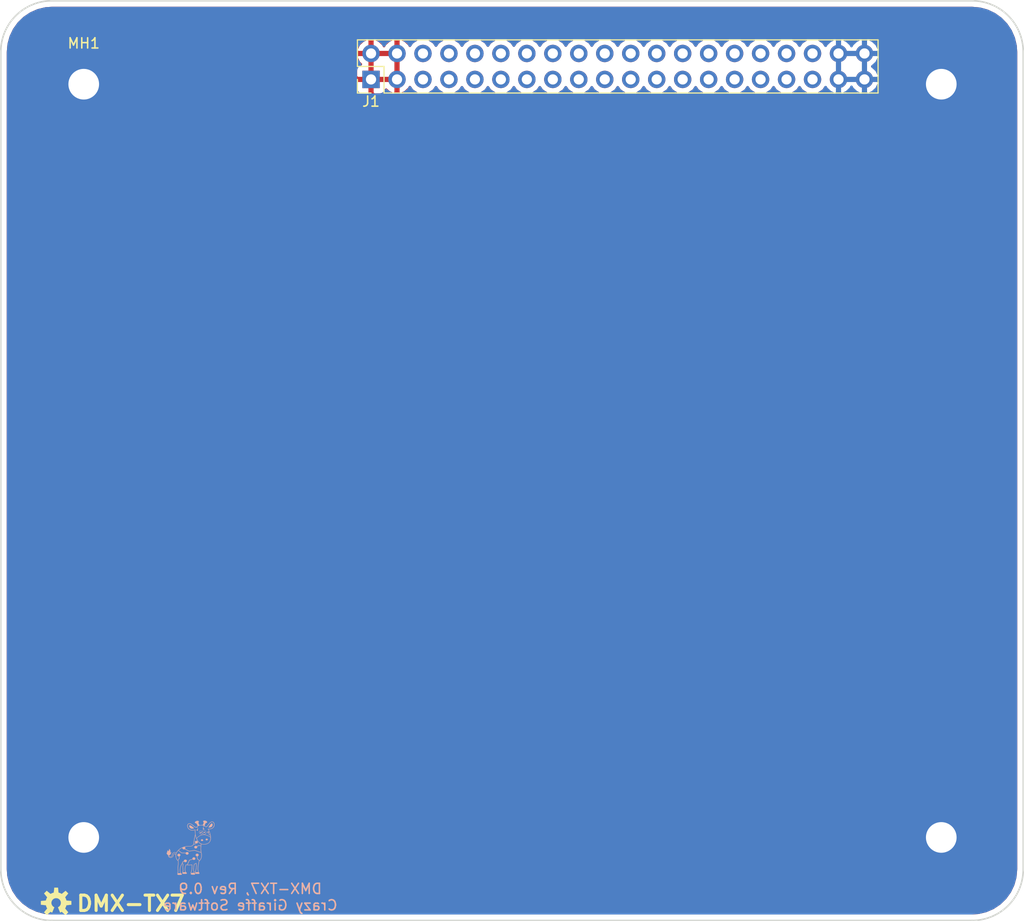
<source format=kicad_pcb>
(kicad_pcb (version 20171130) (host pcbnew "(5.0.0)")
  (title_block (title "DMX Demonstrator - Transmitter-Pro Display (DMX-TX7)") (date 2022-09-30) (rev 0.1) (company "Crazy Giraffe Software") (comment 2 "Designed by: SparkyBobo") (comment 3 "https://creativecommons.org/licenses/by-sa/4.0/ ") (comment 4 "Released under the Creative Commons Attribution Share-Alike 4.0 License"))
  (layers (0 F.Cu signal) (31 B.Cu signal) (34 B.Paste user) (35 F.Paste user) (36 B.SilkS user) (37 F.SilkS user) (38 B.Mask user) (39 F.Mask user) (44 Edge.Cuts user))
  (net 0 "")
  (net 1 +5V)
  (net 2 GND)
  (net 3 /SAMPLE_LATCH)
  (net 4 /CLK_TX)
  (net 5 /~SAMPLE_RESET)
  (net 6 /~SHIFT_LOAD)
  (net 7 /SAMPLE_SEL0)
  (net 8 /SAMPLE_SEL1)
  (net 9 /CLK_RX)
  (net 10 /DATA_FIXED)
  (net 11 /SHIFT_TRANSMIT)
  (net 12 /~FRAME_RESET)
  (net 13 /D0)
  (net 14 /D1)
  (net 15 /D2)
  (net 16 /D3)
  (net 17 /D4)
  (net 18 /D5)
  (net 19 /D6)
  (net 20 /D7)
  (net 21 /~SAMPLE_OVERRIDE)
  (net 22 /~BUS_REQ)
  (net 23 /DATA_SHIFT)
  (net 24 /~SHIFT_ENABLE)
  (net 25 /SAMPLE_COUNT)
  (net 26 /DATA_RX)
  (net 27 /~BUS_ACK)
  (net 28 /CLK_SAMPLE)
  (net 29 /SPD_HI)
  (net 30 /SPD_MID)
  (net 31 /SPD_LO)
  (net 32 /~CLK_STEP)
  (net 33 /~CLK_SLO)
  (net 34 /~CLK_FST)
  (module Connector_PinHeader_2.54mm:PinHeader_2x20_P2.54mm_Vertical (layer F.Cu) (at 123.317 56.388 90)
    (fp_text reference J1 (at -2.159 0 180) (layer F.SilkS))
    (fp_text value Expansion)
    (pad 1 thru_hole rect (at 0 0 90) (size 1.7 1.7) (drill 1) (layers *.Cu *.Mask) (net 1 +5V))
    (pad 2 thru_hole oval (at 2.54 0 90) (size 1.7 1.7) (drill 1) (layers *.Cu *.Mask) (net 1 +5V))
    (pad 3 thru_hole oval (at 0 2.54 90) (size 1.7 1.7) (drill 1) (layers *.Cu *.Mask) (net 1 +5V))
    (pad 4 thru_hole oval (at 2.54 2.54 90) (size 1.7 1.7) (drill 1) (layers *.Cu *.Mask) (net 1 +5V))
    (pad 5 thru_hole oval (at 0 5.08 90) (size 1.7 1.7) (drill 1) (layers *.Cu *.Mask) (net 13 /D0))
    (pad 6 thru_hole oval (at 2.54 5.08 90) (size 1.7 1.7) (drill 1) (layers *.Cu *.Mask) (net 25 /SAMPLE_COUNT))
    (pad 7 thru_hole oval (at 0 7.62 90) (size 1.7 1.7) (drill 1) (layers *.Cu *.Mask) (net 14 /D1))
    (pad 8 thru_hole oval (at 2.54 7.62 90) (size 1.7 1.7) (drill 1) (layers *.Cu *.Mask) (net 21 /~SAMPLE_OVERRIDE))
    (pad 9 thru_hole oval (at 0 10.16 90) (size 1.7 1.7) (drill 1) (layers *.Cu *.Mask) (net 15 /D2))
    (pad 10 thru_hole oval (at 2.54 10.16 90) (size 1.7 1.7) (drill 1) (layers *.Cu *.Mask) (net 3 /SAMPLE_LATCH))
    (pad 11 thru_hole oval (at 0 12.7 90) (size 1.7 1.7) (drill 1) (layers *.Cu *.Mask) (net 16 /D3))
    (pad 12 thru_hole oval (at 2.54 12.7 90) (size 1.7 1.7) (drill 1) (layers *.Cu *.Mask) (net 5 /~SAMPLE_RESET))
    (pad 13 thru_hole oval (at 0 15.24 90) (size 1.7 1.7) (drill 1) (layers *.Cu *.Mask) (net 17 /D4))
    (pad 14 thru_hole oval (at 2.54 15.24 90) (size 1.7 1.7) (drill 1) (layers *.Cu *.Mask) (net 7 /SAMPLE_SEL0))
    (pad 15 thru_hole oval (at 0 17.78 90) (size 1.7 1.7) (drill 1) (layers *.Cu *.Mask) (net 18 /D5))
    (pad 16 thru_hole oval (at 2.54 17.78 90) (size 1.7 1.7) (drill 1) (layers *.Cu *.Mask) (net 8 /SAMPLE_SEL1))
    (pad 17 thru_hole oval (at 0 20.32 90) (size 1.7 1.7) (drill 1) (layers *.Cu *.Mask) (net 19 /D6))
    (pad 18 thru_hole oval (at 2.54 20.32 90) (size 1.7 1.7) (drill 1) (layers *.Cu *.Mask) (net 6 /~SHIFT_LOAD))
    (pad 19 thru_hole oval (at 0 22.86 90) (size 1.7 1.7) (drill 1) (layers *.Cu *.Mask) (net 20 /D7))
    (pad 20 thru_hole oval (at 2.54 22.86 90) (size 1.7 1.7) (drill 1) (layers *.Cu *.Mask) (net 24 /~SHIFT_ENABLE))
    (pad 21 thru_hole oval (at 0 25.4 90) (size 1.7 1.7) (drill 1) (layers *.Cu *.Mask) (net 27 /~BUS_ACK))
    (pad 22 thru_hole oval (at 2.54 25.4 90) (size 1.7 1.7) (drill 1) (layers *.Cu *.Mask) (net 11 /SHIFT_TRANSMIT))
    (pad 23 thru_hole oval (at 0 27.94 90) (size 1.7 1.7) (drill 1) (layers *.Cu *.Mask) (net 22 /~BUS_REQ))
    (pad 24 thru_hole oval (at 2.54 27.94 90) (size 1.7 1.7) (drill 1) (layers *.Cu *.Mask) (net 10 /DATA_FIXED))
    (pad 25 thru_hole oval (at 0 30.48 90) (size 1.7 1.7) (drill 1) (layers *.Cu *.Mask) (net 29 /SPD_HI))
    (pad 26 thru_hole oval (at 2.54 30.48 90) (size 1.7 1.7) (drill 1) (layers *.Cu *.Mask) (net 23 /DATA_SHIFT))
    (pad 27 thru_hole oval (at 0 33.02 90) (size 1.7 1.7) (drill 1) (layers *.Cu *.Mask) (net 30 /SPD_MID))
    (pad 28 thru_hole oval (at 2.54 33.02 90) (size 1.7 1.7) (drill 1) (layers *.Cu *.Mask) (net 26 /DATA_RX))
    (pad 29 thru_hole oval (at 0 35.56 90) (size 1.7 1.7) (drill 1) (layers *.Cu *.Mask) (net 31 /SPD_LO))
    (pad 30 thru_hole oval (at 2.54 35.56 90) (size 1.7 1.7) (drill 1) (layers *.Cu *.Mask) (net 12 /~FRAME_RESET))
    (pad 31 thru_hole oval (at 0 38.1 90) (size 1.7 1.7) (drill 1) (layers *.Cu *.Mask) (net 32 /~CLK_STEP))
    (pad 32 thru_hole oval (at 2.54 38.1 90) (size 1.7 1.7) (drill 1) (layers *.Cu *.Mask) (net 9 /CLK_RX))
    (pad 33 thru_hole oval (at 0 40.64 90) (size 1.7 1.7) (drill 1) (layers *.Cu *.Mask) (net 33 /~CLK_SLO))
    (pad 34 thru_hole oval (at 2.54 40.64 90) (size 1.7 1.7) (drill 1) (layers *.Cu *.Mask) (net 4 /CLK_TX))
    (pad 35 thru_hole oval (at 0 43.18 90) (size 1.7 1.7) (drill 1) (layers *.Cu *.Mask) (net 34 /~CLK_FST))
    (pad 36 thru_hole oval (at 2.54 43.18 90) (size 1.7 1.7) (drill 1) (layers *.Cu *.Mask) (net 28 /CLK_SAMPLE))
    (pad 37 thru_hole oval (at 0 45.72 90) (size 1.7 1.7) (drill 1) (layers *.Cu *.Mask) (net 2 GND))
    (pad 38 thru_hole oval (at 2.54 45.72 90) (size 1.7 1.7) (drill 1) (layers *.Cu *.Mask) (net 2 GND))
    (pad 39 thru_hole oval (at 0 48.26 90) (size 1.7 1.7) (drill 1) (layers *.Cu *.Mask) (net 2 GND))
    (pad 40 thru_hole oval (at 2.54 48.26 90) (size 1.7 1.7) (drill 1) (layers *.Cu *.Mask) (net 2 GND))
  )
  (module MountingHole:MountingHole_3mm (layer F.Cu) (at 179.088 56.856)
    (fp_text reference MH3 hide)
    (fp_text value MountingHole)
    (pad 1 np_thru_hole circle (at 0 0) (size 3 3) (drill 3) (layers *.Cu *.Mask))
  )
  (module MountingHole:MountingHole_3mm (layer F.Cu) (at 95.218 56.856)
    (fp_text reference MH1 (at 0 -4) (layer F.SilkS))
    (fp_text value MountingHole)
    (pad 1 np_thru_hole circle (at 0 0) (size 3 3) (drill 3) (layers *.Cu *.Mask))
  )
  (module MountingHole:MountingHole_3mm (layer F.Cu) (at 95.218 130.566)
    (fp_text reference MH2 hide)
    (fp_text value MountingHole)
    (pad 1 np_thru_hole circle (at 0 0) (size 3 3) (drill 3) (layers *.Cu *.Mask))
  )
  (module MountingHole:MountingHole_3mm (layer F.Cu) (at 179.088 130.566)
    (fp_text reference MH4 hide)
    (fp_text value MountingHole)
    (pad 1 np_thru_hole circle (at 0 0) (size 3 3) (drill 3) (layers *.Cu *.Mask))
  )
  (module footprints:logo_cr_5x5 (layer B.Cu) (at 105.664 131.572 180)
    (fp_text reference G*** hide)
    (fp_text value LOGO hide)
  )
  (module footprints:OSHW-LOGO-S (layer F.Cu) (at 92.5195 136.9695)
    (fp_text reference "" (at 0 0) (layer F.SilkS) (effects (font (size 1.524 1.524))))
    (fp_text value "" (at 0 0) (layer F.SilkS) (effects (font (size 1.524 1.524))))
  )
  (gr_text DMX-TX7 (at 99.822 137.033) (layer F.SilkS) (effects (font (size 1.5 1.5) (thickness 0.3))))
  (gr_line (start 187.104 133.692) (end 187.104 53.692) (layer Edge.Cuts) (width 0.1524))
  (gr_line (start 92.104 138.692) (end 182.104 138.692) (layer Edge.Cuts) (width 0.1524))
  (gr_line (start 87.104 53.692) (end 87.104 133.692) (layer Edge.Cuts) (width 0.1524))
  (gr_line (start 182.104 48.692) (end 92.104 48.692) (layer Edge.Cuts) (width 0.1524))
  (gr_arc (start 92.104 133.692) (end 87.104 133.692) (angle -90) (layer Edge.Cuts) (width 0.1524))
  (gr_arc (start 92.104 53.692) (end 92.104 48.692) (angle -90) (layer Edge.Cuts) (width 0.1524))
  (gr_arc (start 182.104 53.692) (end 187.104 53.692) (angle -90) (layer Edge.Cuts) (width 0.1524))
  (gr_arc (start 182.104 133.692) (end 182.104 138.692) (angle -90) (layer Edge.Cuts) (width 0.1524))
  (gr_text "DMX-TX7, Rev 0.9\nCrazy Giraffe Software" (at 111.506 136.398) (layer B.SilkS) (effects (font (size 1 1)) (justify mirror)))
  (zone (net 1) (net_name +5V) (layer F.Cu) (connect_pads (clearance 0.508)) (min_thickness 0.254) (fill yes (arc_segments 16) (thermal_gap 0.508) (thermal_bridge_width 0.508))
    (polygon (pts (xy 87.122 48.768) (xy 186.944 48.768) (xy 186.944 138.684) (xy 87.122 138.684)))
  )
  (zone (net 2) (net_name GND) (layer B.Cu) (connect_pads (clearance 0.508)) (min_thickness 0.254) (fill yes (arc_segments 16) (thermal_gap 0.508) (thermal_bridge_width 0.508))
    (polygon (pts (xy 87.122 48.768) (xy 186.944 48.768) (xy 186.944 138.684) (xy 87.122 138.684)))
  )
)
</source>
